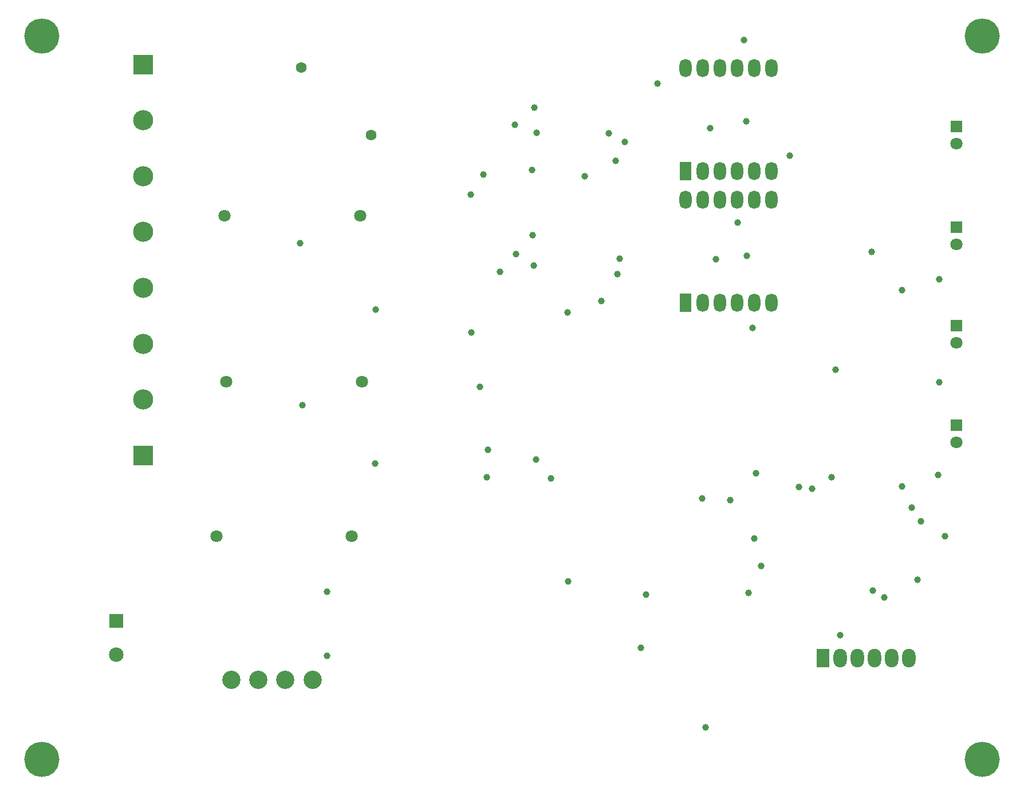
<source format=gts>
G04*
G04 #@! TF.GenerationSoftware,Altium Limited,Altium Designer,18.0.7 (293)*
G04*
G04 Layer_Color=8388736*
%FSTAX24Y24*%
%MOIN*%
G70*
G01*
G75*
%ADD10C,0.0710*%
%ADD11R,0.1173X0.1173*%
%ADD12C,0.1173*%
%ADD13R,0.0710X0.1064*%
%ADD14O,0.0710X0.1064*%
%ADD15C,0.1064*%
%ADD16C,0.0848*%
%ADD17R,0.0848X0.0848*%
%ADD18O,0.0780X0.1080*%
%ADD19R,0.0780X0.1080*%
%ADD20R,0.0710X0.0710*%
%ADD21C,0.0395*%
%ADD22C,0.2049*%
%ADD23C,0.0631*%
D10*
X021221Y021939D02*
D03*
X013347D02*
D03*
X021792Y030959D02*
D03*
X013918D02*
D03*
X021694Y040624D02*
D03*
X01382D02*
D03*
X056394Y0274D02*
D03*
Y0332D02*
D03*
Y03895D02*
D03*
Y0448D02*
D03*
D11*
X009087Y026656D02*
D03*
Y049419D02*
D03*
D12*
Y029907D02*
D03*
Y033159D02*
D03*
Y036411D02*
D03*
Y039663D02*
D03*
Y042915D02*
D03*
Y046167D02*
D03*
D13*
X040646Y04321D02*
D03*
Y035529D02*
D03*
D14*
X041646Y04321D02*
D03*
X042646D02*
D03*
X043646D02*
D03*
X044646D02*
D03*
X045646D02*
D03*
X040646Y04921D02*
D03*
X041646D02*
D03*
X042646D02*
D03*
X043646D02*
D03*
X044646D02*
D03*
X045646D02*
D03*
X041646Y035529D02*
D03*
X042646D02*
D03*
X043646D02*
D03*
X044646D02*
D03*
X045646D02*
D03*
X040646Y041529D02*
D03*
X041646D02*
D03*
X042646D02*
D03*
X043646D02*
D03*
X044646D02*
D03*
X045646D02*
D03*
D15*
X014202Y013571D02*
D03*
X015776D02*
D03*
X017351D02*
D03*
X018926D02*
D03*
D16*
X007513Y015041D02*
D03*
D17*
Y01701D02*
D03*
D18*
X053644Y01485D02*
D03*
X052644D02*
D03*
X051644D02*
D03*
X050644D02*
D03*
X049644D02*
D03*
D19*
X048644D02*
D03*
D20*
X056394Y0284D02*
D03*
Y0342D02*
D03*
Y03995D02*
D03*
Y0458D02*
D03*
D21*
X043229Y024053D02*
D03*
X030695Y045925D02*
D03*
X031981Y045427D02*
D03*
X053229Y024837D02*
D03*
X018351Y029581D02*
D03*
X029064Y02536D02*
D03*
X051459Y038508D02*
D03*
X028678Y030654D02*
D03*
X028156Y033809D02*
D03*
X028148Y041846D02*
D03*
X028869Y043012D02*
D03*
X03803Y015431D02*
D03*
X0418Y010815D02*
D03*
X029131Y026976D02*
D03*
X019757Y018701D02*
D03*
Y014982D02*
D03*
X035745Y035656D02*
D03*
X03379Y019297D02*
D03*
X02258Y026177D02*
D03*
X022615Y035146D02*
D03*
X018196Y038996D02*
D03*
X038352Y018543D02*
D03*
X055744Y021929D02*
D03*
X044199Y038287D02*
D03*
X036817Y03811D02*
D03*
X04475Y0256D02*
D03*
X044647Y021826D02*
D03*
X031935Y026417D02*
D03*
X029848Y037352D02*
D03*
X045035Y020197D02*
D03*
X044317Y018632D02*
D03*
X051541Y018789D02*
D03*
X041591Y024144D02*
D03*
X05222Y018386D02*
D03*
X049632Y016191D02*
D03*
X05414Y0194D02*
D03*
X032811Y025315D02*
D03*
X04725Y024823D02*
D03*
X031827Y046902D02*
D03*
X031728Y039488D02*
D03*
X030764Y038376D02*
D03*
X031807Y037721D02*
D03*
X04915Y025364D02*
D03*
X047998Y024724D02*
D03*
X033766Y03499D02*
D03*
X034757Y042901D02*
D03*
X053244Y03627D02*
D03*
X049376Y031644D02*
D03*
X044533Y034075D02*
D03*
X031718Y043268D02*
D03*
X042398Y038061D02*
D03*
X043677Y040197D02*
D03*
X036656Y037221D02*
D03*
X046709Y044104D02*
D03*
X044051Y050856D02*
D03*
X036571Y043809D02*
D03*
X039012Y048297D02*
D03*
X044169Y046112D02*
D03*
X036185Y045402D02*
D03*
X042073Y045699D02*
D03*
X037102Y044902D02*
D03*
X05542Y036926D02*
D03*
X053794Y0236D02*
D03*
X05542Y030926D02*
D03*
X054344Y0228D02*
D03*
X055344Y025526D02*
D03*
D22*
X057906Y051065D02*
D03*
Y008939D02*
D03*
X003182D02*
D03*
Y051065D02*
D03*
D23*
X022332Y045325D02*
D03*
X018278Y049238D02*
D03*
M02*

</source>
